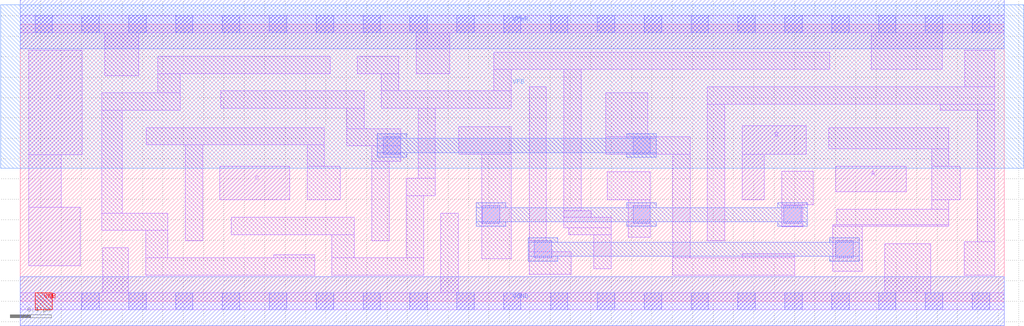
<source format=lef>
# Copyright 2020 The SkyWater PDK Authors
#
# Licensed under the Apache License, Version 2.0 (the "License");
# you may not use this file except in compliance with the License.
# You may obtain a copy of the License at
#
#     https://www.apache.org/licenses/LICENSE-2.0
#
# Unless required by applicable law or agreed to in writing, software
# distributed under the License is distributed on an "AS IS" BASIS,
# WITHOUT WARRANTIES OR CONDITIONS OF ANY KIND, either express or implied.
# See the License for the specific language governing permissions and
# limitations under the License.
#
# SPDX-License-Identifier: Apache-2.0

VERSION 5.7 ;
  NOWIREEXTENSIONATPIN ON ;
  DIVIDERCHAR "/" ;
  BUSBITCHARS "[]" ;
PROPERTYDEFINITIONS
  MACRO maskLayoutSubType STRING ;
  MACRO prCellType STRING ;
  MACRO originalViewName STRING ;
END PROPERTYDEFINITIONS
MACRO sky130_fd_sc_hdll__xor3_1
  CLASS CORE ;
  FOREIGN sky130_fd_sc_hdll__xor3_1 ;
  ORIGIN  0.000000  0.000000 ;
  SIZE  9.660000 BY  2.720000 ;
  SYMMETRY X Y R90 ;
  SITE unithd ;
  PIN A
    ANTENNAGATEAREA  0.276000 ;
    DIRECTION INPUT ;
    USE SIGNAL ;
    PORT
      LAYER li1 ;
        RECT 8.005000 1.075000 8.695000 1.325000 ;
    END
  END A
  PIN B
    ANTENNAGATEAREA  0.735900 ;
    DIRECTION INPUT ;
    USE SIGNAL ;
    PORT
      LAYER li1 ;
        RECT 7.085000 0.995000 7.305000 1.445000 ;
        RECT 7.085000 1.445000 7.715000 1.725000 ;
    END
  END B
  PIN C
    ANTENNAGATEAREA  0.425400 ;
    DIRECTION INPUT ;
    USE SIGNAL ;
    PORT
      LAYER li1 ;
        RECT 1.960000 0.995000 2.645000 1.325000 ;
    END
  END C
  PIN X
    ANTENNADIFFAREA  0.472000 ;
    DIRECTION OUTPUT ;
    USE SIGNAL ;
    PORT
      LAYER li1 ;
        RECT 0.085000 0.350000 0.590000 0.925000 ;
        RECT 0.085000 0.925000 0.400000 1.440000 ;
        RECT 0.085000 1.440000 0.610000 2.465000 ;
    END
  END X
  PIN VGND
    DIRECTION INOUT ;
    USE GROUND ;
    PORT
      LAYER met1 ;
        RECT 0.000000 -0.240000 9.660000 0.240000 ;
    END
  END VGND
  PIN VNB
    DIRECTION INOUT ;
    USE GROUND ;
    PORT
      LAYER pwell ;
        RECT 0.145000 -0.085000 0.315000 0.085000 ;
    END
  END VNB
  PIN VPB
    DIRECTION INOUT ;
    USE POWER ;
    PORT
      LAYER nwell ;
        RECT -0.190000 1.305000 9.850000 2.910000 ;
    END
  END VPB
  PIN VPWR
    DIRECTION INOUT ;
    USE POWER ;
    PORT
      LAYER met1 ;
        RECT 0.000000 2.480000 9.660000 2.960000 ;
    END
  END VPWR
  OBS
    LAYER li1 ;
      RECT 0.000000 -0.085000 9.660000 0.085000 ;
      RECT 0.000000  2.635000 9.660000 2.805000 ;
      RECT 0.800000  0.695000 1.450000 0.865000 ;
      RECT 0.800000  0.865000 1.000000 1.875000 ;
      RECT 0.800000  1.875000 1.570000 2.045000 ;
      RECT 0.810000  0.085000 1.060000 0.525000 ;
      RECT 0.830000  2.215000 1.165000 2.635000 ;
      RECT 1.230000  0.255000 2.890000 0.425000 ;
      RECT 1.230000  0.425000 1.450000 0.695000 ;
      RECT 1.235000  1.535000 2.985000 1.705000 ;
      RECT 1.350000  2.045000 1.570000 2.235000 ;
      RECT 1.350000  2.235000 3.045000 2.405000 ;
      RECT 1.620000  0.595000 1.790000 1.535000 ;
      RECT 1.970000  1.895000 3.375000 2.065000 ;
      RECT 2.070000  0.655000 3.280000 0.825000 ;
      RECT 2.490000  0.425000 2.890000 0.455000 ;
      RECT 2.815000  0.995000 3.140000 1.325000 ;
      RECT 2.815000  1.325000 2.985000 1.535000 ;
      RECT 3.060000  0.255000 3.960000 0.425000 ;
      RECT 3.060000  0.425000 3.280000 0.655000 ;
      RECT 3.205000  1.525000 3.735000 1.695000 ;
      RECT 3.205000  1.695000 3.375000 1.895000 ;
      RECT 3.310000  2.235000 3.715000 2.405000 ;
      RECT 3.450000  0.595000 3.620000 1.375000 ;
      RECT 3.450000  1.375000 3.735000 1.525000 ;
      RECT 3.545000  1.895000 4.820000 2.065000 ;
      RECT 3.545000  2.065000 3.715000 2.235000 ;
      RECT 3.790000  0.425000 3.960000 1.035000 ;
      RECT 3.790000  1.035000 4.075000 1.205000 ;
      RECT 3.885000  2.235000 4.215000 2.635000 ;
      RECT 3.905000  1.205000 4.075000 1.895000 ;
      RECT 4.130000  0.085000 4.300000 0.865000 ;
      RECT 4.305000  1.445000 4.820000 1.715000 ;
      RECT 4.530000  0.415000 4.820000 1.445000 ;
      RECT 4.650000  2.065000 4.820000 2.275000 ;
      RECT 4.650000  2.275000 7.945000 2.445000 ;
      RECT 4.995000  0.265000 5.410000 0.485000 ;
      RECT 4.995000  0.485000 5.215000 0.595000 ;
      RECT 4.995000  0.595000 5.165000 2.105000 ;
      RECT 5.335000  0.720000 5.800000 0.825000 ;
      RECT 5.335000  0.825000 5.605000 0.890000 ;
      RECT 5.335000  0.890000 5.505000 2.275000 ;
      RECT 5.385000  0.655000 5.800000 0.720000 ;
      RECT 5.630000  0.320000 5.800000 0.655000 ;
      RECT 5.745000  1.445000 6.575000 1.615000 ;
      RECT 5.745000  1.615000 6.160000 2.045000 ;
      RECT 5.760000  0.995000 6.185000 1.270000 ;
      RECT 5.970000  0.630000 6.185000 0.995000 ;
      RECT 6.405000  0.255000 7.600000 0.425000 ;
      RECT 6.405000  0.425000 6.575000 1.445000 ;
      RECT 6.745000  0.595000 6.915000 1.935000 ;
      RECT 6.745000  1.935000 9.565000 2.105000 ;
      RECT 7.085000  0.425000 7.600000 0.465000 ;
      RECT 7.475000  0.730000 7.680000 0.945000 ;
      RECT 7.475000  0.945000 7.785000 1.275000 ;
      RECT 7.935000  1.495000 9.115000 1.705000 ;
      RECT 7.975000  0.295000 8.265000 0.735000 ;
      RECT 7.975000  0.735000 9.115000 0.750000 ;
      RECT 8.015000  0.750000 9.115000 0.905000 ;
      RECT 8.355000  2.275000 9.050000 2.635000 ;
      RECT 8.485000  0.085000 8.935000 0.565000 ;
      RECT 8.945000  0.905000 9.115000 0.995000 ;
      RECT 8.945000  0.995000 9.225000 1.325000 ;
      RECT 8.945000  1.325000 9.115000 1.495000 ;
      RECT 9.030000  1.875000 9.565000 1.935000 ;
      RECT 9.265000  0.255000 9.565000 0.585000 ;
      RECT 9.270000  2.105000 9.565000 2.465000 ;
      RECT 9.395000  0.585000 9.565000 1.875000 ;
    LAYER mcon ;
      RECT 0.145000 -0.085000 0.315000 0.085000 ;
      RECT 0.145000  2.635000 0.315000 2.805000 ;
      RECT 0.605000 -0.085000 0.775000 0.085000 ;
      RECT 0.605000  2.635000 0.775000 2.805000 ;
      RECT 1.065000 -0.085000 1.235000 0.085000 ;
      RECT 1.065000  2.635000 1.235000 2.805000 ;
      RECT 1.525000 -0.085000 1.695000 0.085000 ;
      RECT 1.525000  2.635000 1.695000 2.805000 ;
      RECT 1.985000 -0.085000 2.155000 0.085000 ;
      RECT 1.985000  2.635000 2.155000 2.805000 ;
      RECT 2.445000 -0.085000 2.615000 0.085000 ;
      RECT 2.445000  2.635000 2.615000 2.805000 ;
      RECT 2.905000 -0.085000 3.075000 0.085000 ;
      RECT 2.905000  2.635000 3.075000 2.805000 ;
      RECT 3.365000 -0.085000 3.535000 0.085000 ;
      RECT 3.365000  2.635000 3.535000 2.805000 ;
      RECT 3.565000  1.445000 3.735000 1.615000 ;
      RECT 3.825000 -0.085000 3.995000 0.085000 ;
      RECT 3.825000  2.635000 3.995000 2.805000 ;
      RECT 4.285000 -0.085000 4.455000 0.085000 ;
      RECT 4.285000  2.635000 4.455000 2.805000 ;
      RECT 4.535000  0.765000 4.705000 0.935000 ;
      RECT 4.745000 -0.085000 4.915000 0.085000 ;
      RECT 4.745000  2.635000 4.915000 2.805000 ;
      RECT 5.045000  0.425000 5.215000 0.595000 ;
      RECT 5.205000 -0.085000 5.375000 0.085000 ;
      RECT 5.205000  2.635000 5.375000 2.805000 ;
      RECT 5.665000 -0.085000 5.835000 0.085000 ;
      RECT 5.665000  2.635000 5.835000 2.805000 ;
      RECT 6.015000  0.765000 6.185000 0.935000 ;
      RECT 6.015000  1.445000 6.185000 1.615000 ;
      RECT 6.125000 -0.085000 6.295000 0.085000 ;
      RECT 6.125000  2.635000 6.295000 2.805000 ;
      RECT 6.585000 -0.085000 6.755000 0.085000 ;
      RECT 6.585000  2.635000 6.755000 2.805000 ;
      RECT 7.045000 -0.085000 7.215000 0.085000 ;
      RECT 7.045000  2.635000 7.215000 2.805000 ;
      RECT 7.495000  0.765000 7.665000 0.935000 ;
      RECT 7.505000 -0.085000 7.675000 0.085000 ;
      RECT 7.505000  2.635000 7.675000 2.805000 ;
      RECT 7.965000 -0.085000 8.135000 0.085000 ;
      RECT 7.965000  2.635000 8.135000 2.805000 ;
      RECT 8.005000  0.425000 8.175000 0.595000 ;
      RECT 8.425000 -0.085000 8.595000 0.085000 ;
      RECT 8.425000  2.635000 8.595000 2.805000 ;
      RECT 8.885000 -0.085000 9.055000 0.085000 ;
      RECT 8.885000  2.635000 9.055000 2.805000 ;
      RECT 9.345000 -0.085000 9.515000 0.085000 ;
      RECT 9.345000  2.635000 9.515000 2.805000 ;
    LAYER met1 ;
      RECT 3.505000 1.415000 3.795000 1.460000 ;
      RECT 3.505000 1.460000 6.245000 1.600000 ;
      RECT 3.505000 1.600000 3.795000 1.645000 ;
      RECT 4.475000 0.735000 4.765000 0.780000 ;
      RECT 4.475000 0.780000 7.725000 0.920000 ;
      RECT 4.475000 0.920000 4.765000 0.965000 ;
      RECT 4.985000 0.395000 5.275000 0.440000 ;
      RECT 4.985000 0.440000 8.235000 0.580000 ;
      RECT 4.985000 0.580000 5.275000 0.625000 ;
      RECT 5.955000 0.735000 6.245000 0.780000 ;
      RECT 5.955000 0.920000 6.245000 0.965000 ;
      RECT 5.955000 1.415000 6.245000 1.460000 ;
      RECT 5.955000 1.600000 6.245000 1.645000 ;
      RECT 7.435000 0.735000 7.725000 0.780000 ;
      RECT 7.435000 0.920000 7.725000 0.965000 ;
      RECT 7.945000 0.395000 8.235000 0.440000 ;
      RECT 7.945000 0.580000 8.235000 0.625000 ;
  END
  PROPERTY maskLayoutSubType "abstract" ;
  PROPERTY prCellType "standard" ;
  PROPERTY originalViewName "layout" ;
END sky130_fd_sc_hdll__xor3_1
END LIBRARY

</source>
